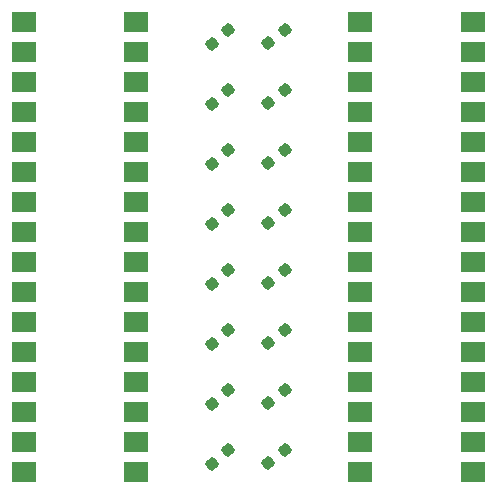
<source format=gbr>
%TF.GenerationSoftware,KiCad,Pcbnew,8.0.2*%
%TF.CreationDate,2024-05-20T23:24:51+02:00*%
%TF.ProjectId,S88_UNO_SHIELD,5338385f-554e-44f5-9f53-4849454c442e,rev?*%
%TF.SameCoordinates,Original*%
%TF.FileFunction,Paste,Top*%
%TF.FilePolarity,Positive*%
%FSLAX46Y46*%
G04 Gerber Fmt 4.6, Leading zero omitted, Abs format (unit mm)*
G04 Created by KiCad (PCBNEW 8.0.2) date 2024-05-20 23:24:51*
%MOMM*%
%LPD*%
G01*
G04 APERTURE LIST*
G04 Aperture macros list*
%AMRoundRect*
0 Rectangle with rounded corners*
0 $1 Rounding radius*
0 $2 $3 $4 $5 $6 $7 $8 $9 X,Y pos of 4 corners*
0 Add a 4 corners polygon primitive as box body*
4,1,4,$2,$3,$4,$5,$6,$7,$8,$9,$2,$3,0*
0 Add four circle primitives for the rounded corners*
1,1,$1+$1,$2,$3*
1,1,$1+$1,$4,$5*
1,1,$1+$1,$6,$7*
1,1,$1+$1,$8,$9*
0 Add four rect primitives between the rounded corners*
20,1,$1+$1,$2,$3,$4,$5,0*
20,1,$1+$1,$4,$5,$6,$7,0*
20,1,$1+$1,$6,$7,$8,$9,0*
20,1,$1+$1,$8,$9,$2,$3,0*%
G04 Aperture macros list end*
%ADD10RoundRect,0.237500X-0.038849X-0.342632X0.344173X-0.021239X0.038849X0.342632X-0.344173X0.021239X0*%
%ADD11RoundRect,0.237500X0.038849X0.342632X-0.344173X0.021239X-0.038849X-0.342632X0.344173X-0.021239X0*%
%ADD12R,2.000000X1.780000*%
G04 APERTURE END LIST*
D10*
%TO.C,R1502*%
X69519231Y-86679224D03*
X70917263Y-85506136D03*
%TD*%
D11*
%TO.C,R1202*%
X66121769Y-85537776D03*
X64723737Y-86710864D03*
%TD*%
D12*
%TO.C,U1001*%
X58336000Y-97536000D03*
X58336000Y-94996000D03*
X48806000Y-94996000D03*
X48806000Y-97536000D03*
%TD*%
%TO.C,U1101*%
X58336000Y-92456000D03*
X58336000Y-89916000D03*
X48806000Y-89916000D03*
X48806000Y-92456000D03*
%TD*%
%TO.C,U1401*%
X77305000Y-79761000D03*
X77305000Y-82301000D03*
X86835000Y-82301000D03*
X86835000Y-79761000D03*
%TD*%
D10*
%TO.C,R2102*%
X69519231Y-117159224D03*
X70917263Y-115986136D03*
%TD*%
%TO.C,R1602*%
X69519231Y-91759224D03*
X70917263Y-90586136D03*
%TD*%
D11*
%TO.C,R1302*%
X66121769Y-80457776D03*
X64723737Y-81630864D03*
%TD*%
D12*
%TO.C,U701*%
X58336000Y-112776000D03*
X58336000Y-110236000D03*
X48806000Y-110236000D03*
X48806000Y-112776000D03*
%TD*%
D11*
%TO.C,R902*%
X66121769Y-100777776D03*
X64723737Y-101950864D03*
%TD*%
D12*
%TO.C,U1801*%
X77305000Y-100081000D03*
X77305000Y-102621000D03*
X86835000Y-102621000D03*
X86835000Y-100081000D03*
%TD*%
%TO.C,U1301*%
X58336000Y-82296000D03*
X58336000Y-79756000D03*
X48806000Y-79756000D03*
X48806000Y-82296000D03*
%TD*%
%TO.C,U1201*%
X58336000Y-87376000D03*
X58336000Y-84836000D03*
X48806000Y-84836000D03*
X48806000Y-87376000D03*
%TD*%
%TO.C,U801*%
X58336000Y-107696000D03*
X58336000Y-105156000D03*
X48806000Y-105156000D03*
X48806000Y-107696000D03*
%TD*%
D11*
%TO.C,R602*%
X66121769Y-116017776D03*
X64723737Y-117190864D03*
%TD*%
%TO.C,R1002*%
X66121769Y-95697776D03*
X64723737Y-96870864D03*
%TD*%
D12*
%TO.C,U1701*%
X77305000Y-95001000D03*
X77305000Y-97541000D03*
X86835000Y-97541000D03*
X86835000Y-95001000D03*
%TD*%
%TO.C,U1601*%
X77305000Y-89921000D03*
X77305000Y-92461000D03*
X86835000Y-92461000D03*
X86835000Y-89921000D03*
%TD*%
D10*
%TO.C,R1402*%
X69519232Y-81599224D03*
X70917262Y-80426136D03*
%TD*%
D11*
%TO.C,R802*%
X66121769Y-105857776D03*
X64723737Y-107030864D03*
%TD*%
D10*
%TO.C,R1702*%
X69519231Y-96839224D03*
X70917263Y-95666136D03*
%TD*%
%TO.C,R1902*%
X69519231Y-106999224D03*
X70917263Y-105826136D03*
%TD*%
D12*
%TO.C,U601*%
X58336000Y-117856000D03*
X58336000Y-115316000D03*
X48806000Y-115316000D03*
X48806000Y-117856000D03*
%TD*%
%TO.C,U1901*%
X77305000Y-105161000D03*
X77305000Y-107701000D03*
X86835000Y-107701000D03*
X86835000Y-105161000D03*
%TD*%
%TO.C,U2101*%
X77305000Y-115321000D03*
X77305000Y-117861000D03*
X86835000Y-117861000D03*
X86835000Y-115321000D03*
%TD*%
D10*
%TO.C,R1802*%
X69519231Y-101919224D03*
X70917263Y-100746136D03*
%TD*%
D12*
%TO.C,U1501*%
X77305000Y-84841000D03*
X77305000Y-87381000D03*
X86835000Y-87381000D03*
X86835000Y-84841000D03*
%TD*%
%TO.C,U2001*%
X77305000Y-110241000D03*
X77305000Y-112781000D03*
X86835000Y-112781000D03*
X86835000Y-110241000D03*
%TD*%
D10*
%TO.C,R2002*%
X69519231Y-112079224D03*
X70917263Y-110906136D03*
%TD*%
D11*
%TO.C,R702*%
X66121769Y-110937776D03*
X64723737Y-112110864D03*
%TD*%
D12*
%TO.C,U901*%
X58336000Y-102616000D03*
X58336000Y-100076000D03*
X48806000Y-100076000D03*
X48806000Y-102616000D03*
%TD*%
D11*
%TO.C,R1102*%
X66121769Y-90617776D03*
X64723737Y-91790864D03*
%TD*%
M02*

</source>
